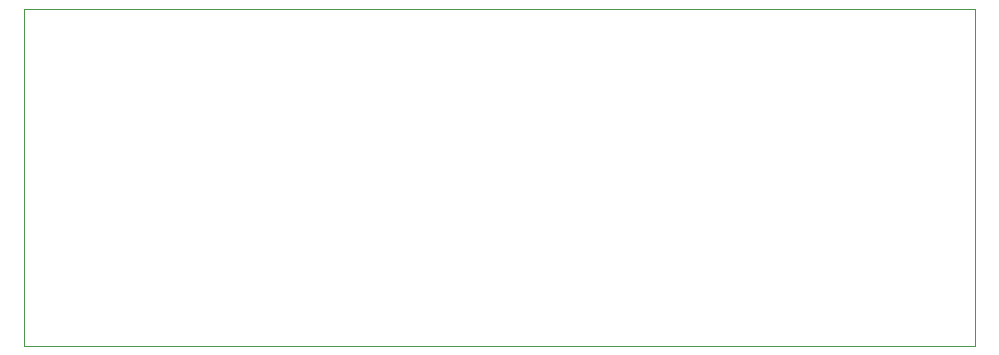
<source format=gbr>
G04 (created by PCBNEW (2013-07-07 BZR 4022)-stable) date 9/2/2014 5:43:59 PM*
%MOIN*%
G04 Gerber Fmt 3.4, Leading zero omitted, Abs format*
%FSLAX34Y34*%
G01*
G70*
G90*
G04 APERTURE LIST*
%ADD10C,0.00590551*%
%ADD11C,0.00393701*%
G04 APERTURE END LIST*
G54D10*
G54D11*
X39960Y-19685D02*
X39960Y-8464D01*
X8267Y-19685D02*
X39960Y-19685D01*
X8267Y-8464D02*
X8267Y-19685D01*
X8267Y-8464D02*
X39960Y-8464D01*
M02*

</source>
